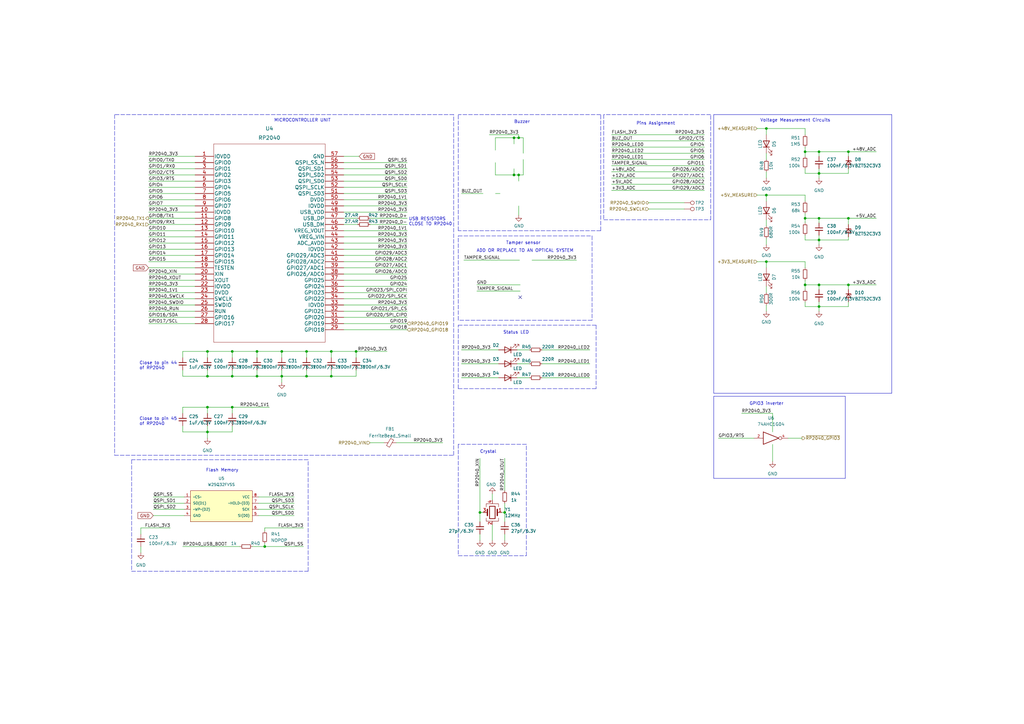
<source format=kicad_sch>
(kicad_sch (version 20230121) (generator eeschema)
  (paper "A3")
  (lib_symbols
    (symbol "74xGxx:74AHC1G04" (pin_names (offset 1.016))
      (property "Reference" "U" (at -2.54 3.81 0))
      (property "Value" "74AHC1G04" (at 0 -3.81 0))
      (symbol "74AHC1G04_1_1"
        (pin input line (at -7.62 0 0) (length 3.81) (name "~") (number "2"))
        (pin power_in line (at 0 -2.54 270) (length 0) hide (name "GND") (number "3"))
        (pin output inverted (at 6.35 0 180) (length 3.81) (name "~") (number "4"))
        (pin power_in line (at 0 2.54 90) (length 0) hide (name "VCC") (number "5"))
      )
    )
    (symbol "Connector:TestPoint" (pin_numbers hide) (pin_names (offset 0.762) hide)
      (property "Reference" "TP" (at 0 6.858 0))
      (property "Value" "TestPoint" (at 0 5.08 0))
      (symbol "TestPoint_1_1"
        (pin passive line (at 0 0 90) (length 2.54) (name "1") (number "1"))
      )
    )
    (symbol "Device:C_Small" (pin_numbers hide) (pin_names (offset 0.254) hide)
      (property "Reference" "C" (at 0.254 1.778 0))
      (property "Value" "C_Small" (at 0.254 -2.032 0))
      (symbol "C_Small_1_1"
        (pin passive line (at 0 2.54 270) (length 2.032) (name "~") (number "1"))
        (pin passive line (at 0 -2.54 90) (length 2.032) (name "~") (number "2"))
      )
    )
    (symbol "Device:Crystal_GND24" (pin_names (offset 1.016) hide)
      (property "Reference" "Y" (at 3.175 5.08 0))
      (property "Value" "Crystal_GND24" (at 3.175 3.175 0))
      (symbol "Crystal_GND24_1_1"
        (pin passive line (at -3.81 0 0) (length 1.27) (name "1") (number "1"))
        (pin passive line (at 0 5.08 270) (length 1.27) (name "2") (number "2"))
        (pin passive line (at 3.81 0 180) (length 1.27) (name "3") (number "3"))
        (pin passive line (at 0 -5.08 90) (length 1.27) (name "4") (number "4"))
      )
    )
    (symbol "Device:D_Zener_Small" (pin_numbers hide) (pin_names (offset 0.254) hide)
      (property "Reference" "D" (at 0 2.286 0))
      (property "Value" "D_Zener_Small" (at 0 -2.286 0))
      (symbol "D_Zener_Small_1_1"
        (pin passive line (at -2.54 0 0) (length 1.778) (name "K") (number "1"))
        (pin passive line (at 2.54 0 180) (length 1.778) (name "A") (number "2"))
      )
    )
    (symbol "Device:FerriteBead_Small" (pin_numbers hide) (pin_names (offset 0))
      (property "Reference" "FB" (at 1.905 1.27 0))
      (property "Value" "FerriteBead_Small" (at 1.905 -1.27 0))
      (symbol "FerriteBead_Small_1_1"
        (pin passive line (at 0 2.54 270) (length 1.27) (name "~") (number "1"))
        (pin passive line (at 0 -2.54 90) (length 1.27) (name "~") (number "2"))
      )
    )
    (symbol "Device:LED" (pin_numbers hide) (pin_names (offset 1.016) hide)
      (property "Reference" "D" (at 0 2.54 0))
      (property "Value" "LED" (at 0 -2.54 0))
      (symbol "LED_1_1"
        (pin passive line (at -3.81 0 0) (length 2.54) (name "K") (number "1"))
        (pin passive line (at 3.81 0 180) (length 2.54) (name "A") (number "2"))
      )
    )
    (symbol "Device:R_Small" (pin_numbers hide) (pin_names (offset 0.254) hide)
      (property "Reference" "R" (at 0.762 0.508 0))
      (property "Value" "R_Small" (at 0.762 -1.016 0))
      (symbol "R_Small_1_1"
        (pin passive line (at 0 2.54 270) (length 0.762) (name "~") (number "1"))
        (pin passive line (at 0 -2.54 90) (length 0.762) (name "~") (number "2"))
      )
    )
    (symbol "SparkFun-IC-Memory:W25Q32FVSS" (pin_names (offset 1.016))
      (property "Reference" "U" (at -12.7 7.62 0))
      (property "Value" "W25Q32FVSS" (at -12.7 -8.89 0))
      (property "Field4" "IC-13229" (at 0 10.16 0))
      (symbol "W25Q32FVSS_1_1"
        (pin bidirectional line (at -15.24 3.81 0) (length 2.54) (name "~CS~") (number "1"))
        (pin bidirectional line (at -15.24 1.27 0) (length 2.54) (name "SO(D1)") (number "2"))
        (pin bidirectional line (at -15.24 -1.27 0) (length 2.54) (name "~WP~(D2)") (number "3"))
        (pin bidirectional line (at -15.24 -3.81 0) (length 2.54) (name "GND") (number "4"))
        (pin bidirectional line (at 15.24 -3.81 180) (length 2.54) (name "SI(D0)") (number "5"))
        (pin bidirectional line (at 15.24 -1.27 180) (length 2.54) (name "SCK") (number "6"))
        (pin bidirectional line (at 15.24 1.27 180) (length 2.54) (name "~HOLD~(D3)") (number "7"))
        (pin bidirectional line (at 15.24 3.81 180) (length 2.54) (name "VCC") (number "8"))
      )
    )
    (symbol "device:C_Small" (pin_numbers hide) (pin_names (offset 0.254) hide)
      (property "Reference" "C" (at 0.254 1.778 0))
      (property "Value" "C_Small" (at 0.254 -2.032 0))
      (symbol "C_Small_1_1"
        (pin passive line (at 0 2.54 270) (length 2.032) (name "~") (number "1"))
        (pin passive line (at 0 -2.54 90) (length 2.032) (name "~") (number "2"))
      )
    )
    (symbol "device:R_Small" (pin_numbers hide) (pin_names (offset 0.254) hide)
      (property "Reference" "R" (at 0.762 0.508 0))
      (property "Value" "R_Small" (at 0.762 -1.016 0))
      (symbol "R_Small_1_1"
        (pin passive line (at 0 2.54 270) (length 0.762) (name "~") (number "1"))
        (pin passive line (at 0 -2.54 90) (length 0.762) (name "~") (number "2"))
      )
    )
    (symbol "power:GND" (power) (pin_names (offset 0))
      (property "Value" "GND" (at 0 -3.81 0))
      (symbol "GND_1_1"
        (pin power_in line (at 0 0 270) (length 0) hide (name "GND") (number "1"))
      )
    )
    (symbol "rp2040:RP2040" (pin_names (offset 0.254))
      (property "Reference" "U" (at 30.48 10.16 0))
      (property "Value" "RP2040" (at 30.48 7.62 0))
      (symbol "RP2040_1_1"
        (pin power_in line (at 0 0 0) (length 7.62) (name "IOVDD") (number "1"))
        (pin power_in line (at 0 -22.86 0) (length 7.62) (name "IOVDD") (number "10"))
        (pin bidirectional line (at 0 -25.4 0) (length 7.62) (name "GPIO8") (number "11"))
        (pin bidirectional line (at 0 -27.94 0) (length 7.62) (name "GPIO9") (number "12"))
        (pin bidirectional line (at 0 -30.48 0) (length 7.62) (name "GPIO10") (number "13"))
        (pin bidirectional line (at 0 -33.02 0) (length 7.62) (name "GPIO11") (number "14"))
        (pin bidirectional line (at 0 -35.56 0) (length 7.62) (name "GPIO12") (number "15"))
        (pin bidirectional line (at 0 -38.1 0) (length 7.62) (name "GPIO13") (number "16"))
        (pin bidirectional line (at 0 -40.64 0) (length 7.62) (name "GPIO14") (number "17"))
        (pin bidirectional line (at 0 -43.18 0) (length 7.62) (name "GPIO15") (number "18"))
        (pin unspecified line (at 0 -45.72 0) (length 7.62) (name "TESTEN") (number "19"))
        (pin bidirectional line (at 0 -2.54 0) (length 7.62) (name "GPIO0") (number "2"))
        (pin unspecified line (at 0 -48.26 0) (length 7.62) (name "XIN") (number "20"))
        (pin output line (at 0 -50.8 0) (length 7.62) (name "XOUT") (number "21"))
        (pin power_in line (at 0 -53.34 0) (length 7.62) (name "IOVDD") (number "22"))
        (pin power_in line (at 0 -55.88 0) (length 7.62) (name "DVDD") (number "23"))
        (pin unspecified line (at 0 -58.42 0) (length 7.62) (name "SWCLK") (number "24"))
        (pin unspecified line (at 0 -60.96 0) (length 7.62) (name "SWDIO") (number "25"))
        (pin unspecified line (at 0 -63.5 0) (length 7.62) (name "RUN") (number "26"))
        (pin bidirectional line (at 0 -66.04 0) (length 7.62) (name "GPIO16") (number "27"))
        (pin bidirectional line (at 0 -68.58 0) (length 7.62) (name "GPIO17") (number "28"))
        (pin bidirectional line (at 60.96 -71.12 180) (length 7.62) (name "GPIO18") (number "29"))
        (pin bidirectional line (at 0 -5.08 0) (length 7.62) (name "GPIO1") (number "3"))
        (pin bidirectional line (at 60.96 -68.58 180) (length 7.62) (name "GPIO19") (number "30"))
        (pin bidirectional line (at 60.96 -66.04 180) (length 7.62) (name "GPIO20") (number "31"))
        (pin bidirectional line (at 60.96 -63.5 180) (length 7.62) (name "GPIO21") (number "32"))
        (pin power_in line (at 60.96 -60.96 180) (length 7.62) (name "IOVDD") (number "33"))
        (pin bidirectional line (at 60.96 -58.42 180) (length 7.62) (name "GPIO22") (number "34"))
        (pin bidirectional line (at 60.96 -55.88 180) (length 7.62) (name "GPIO23") (number "35"))
        (pin bidirectional line (at 60.96 -53.34 180) (length 7.62) (name "GPIO24") (number "36"))
        (pin bidirectional line (at 60.96 -50.8 180) (length 7.62) (name "GPIO25") (number "37"))
        (pin bidirectional line (at 60.96 -48.26 180) (length 7.62) (name "GPIO26/ADC0") (number "38"))
        (pin bidirectional line (at 60.96 -45.72 180) (length 7.62) (name "GPIO27/ADC1") (number "39"))
        (pin bidirectional line (at 0 -7.62 0) (length 7.62) (name "GPIO2") (number "4"))
        (pin bidirectional line (at 60.96 -43.18 180) (length 7.62) (name "GPIO28/ADC2") (number "40"))
        (pin bidirectional line (at 60.96 -40.64 180) (length 7.62) (name "GPIO29/ADC3") (number "41"))
        (pin power_in line (at 60.96 -38.1 180) (length 7.62) (name "IOVDD") (number "42"))
        (pin power_in line (at 60.96 -35.56 180) (length 7.62) (name "ADC_AVDD") (number "43"))
        (pin unspecified line (at 60.96 -33.02 180) (length 7.62) (name "VREG_VIN") (number "44"))
        (pin output line (at 60.96 -30.48 180) (length 7.62) (name "VREG_VOUT") (number "45"))
        (pin unspecified line (at 60.96 -27.94 180) (length 7.62) (name "USB_DM") (number "46"))
        (pin unspecified line (at 60.96 -25.4 180) (length 7.62) (name "USB_DP") (number "47"))
        (pin power_in line (at 60.96 -22.86 180) (length 7.62) (name "USB_VDD") (number "48"))
        (pin power_in line (at 60.96 -20.32 180) (length 7.62) (name "IOVDD") (number "49"))
        (pin bidirectional line (at 0 -10.16 0) (length 7.62) (name "GPIO3") (number "5"))
        (pin power_in line (at 60.96 -17.78 180) (length 7.62) (name "DVDD") (number "50"))
        (pin bidirectional line (at 60.96 -15.24 180) (length 7.62) (name "QSPI_SD3") (number "51"))
        (pin unspecified line (at 60.96 -12.7 180) (length 7.62) (name "QSPI_SCLK") (number "52"))
        (pin bidirectional line (at 60.96 -10.16 180) (length 7.62) (name "QSPI_SD0") (number "53"))
        (pin bidirectional line (at 60.96 -7.62 180) (length 7.62) (name "QSPI_SD2") (number "54"))
        (pin bidirectional line (at 60.96 -5.08 180) (length 7.62) (name "QSPI_SD1") (number "55"))
        (pin unspecified line (at 60.96 -2.54 180) (length 7.62) (name "QSPI_SS_N") (number "56"))
        (pin power_in line (at 60.96 0 180) (length 7.62) (name "GND") (number "57"))
        (pin bidirectional line (at 0 -12.7 0) (length 7.62) (name "GPIO4") (number "6"))
        (pin bidirectional line (at 0 -15.24 0) (length 7.62) (name "GPIO5") (number "7"))
        (pin bidirectional line (at 0 -17.78 0) (length 7.62) (name "GPIO6") (number "8"))
        (pin bidirectional line (at 0 -20.32 0) (length 7.62) (name "GPIO7") (number "9"))
      )
    )
  )
  (junction (at 85.09 167.005) (diameter 0.9144))
  (junction (at 330.2 116.84))
  (junction (at 335.915 71.12))
  (junction (at 115.57 154.305) (diameter 0.9144))
  (junction (at 95.25 144.145) (diameter 0.9144))
  (junction (at 85.09 154.305) (diameter 0.9144))
  (junction (at 115.57 144.145) (diameter 0.9144))
  (junction (at 212.725 71.755) (diameter 0.9144))
  (junction (at 105.41 154.305) (diameter 0.9144))
  (junction (at 135.89 154.305) (diameter 0.9144))
  (junction (at 108.585 224.155) (diameter 0.9144))
  (junction (at 335.915 98.425))
  (junction (at 335.915 116.84))
  (junction (at 210.82 71.755) (diameter 0.9144))
  (junction (at 125.73 144.145) (diameter 0.9144))
  (junction (at 335.915 62.23))
  (junction (at 330.2 89.535))
  (junction (at 335.915 125.73))
  (junction (at 207.01 210.185) (diameter 0.9144))
  (junction (at 210.82 56.515) (diameter 0.9144))
  (junction (at 146.05 144.145) (diameter 0.9144))
  (junction (at 335.915 89.535))
  (junction (at 314.325 107.315))
  (junction (at 95.25 167.005) (diameter 0.9144))
  (junction (at 95.25 154.305) (diameter 0.9144))
  (junction (at 135.89 144.145) (diameter 0.9144))
  (junction (at 85.09 144.145) (diameter 0.9144))
  (junction (at 347.98 116.84))
  (junction (at 330.2 62.23))
  (junction (at 347.98 62.23))
  (junction (at 314.325 80.01))
  (junction (at 314.325 52.705))
  (junction (at 125.73 154.305) (diameter 0.9144))
  (junction (at 212.725 56.515) (diameter 0.9144))
  (junction (at 105.41 144.145) (diameter 0.9144))
  (junction (at 85.09 177.165) (diameter 0.9144))
  (junction (at 196.85 210.185) (diameter 0.9144))
  (junction (at 347.98 89.535))
  (no_connect (at 213.36 121.92))
  (wire (pts (xy 280.67 83.185) (xy 266.065 83.185)))
  (wire (pts (xy 314.325 125.095) (xy 314.325 127.635)))
  (wire (pts (xy 105.41 151.765) (xy 105.41 154.305)))
  (wire (pts (xy 347.98 89.535) (xy 359.41 89.535)))
  (wire (pts (xy 57.785 219.075) (xy 57.785 216.535)))
  (wire (pts (xy 125.73 154.305) (xy 135.89 154.305)))
  (wire (pts (xy 60.96 104.775) (xy 80.01 104.775)))
  (polyline (pts (xy 126.365 234.315) (xy 126.365 188.595)) (stroke (width 0) (type dash)))
  (wire (pts (xy 74.93 151.765) (xy 74.93 154.305)))
  (wire (pts (xy 335.915 96.52) (xy 335.915 98.425)))
  (wire (pts (xy 314.325 80.01) (xy 314.325 82.55)))
  (wire (pts (xy 140.97 125.095) (xy 167.005 125.095)))
  (wire (pts (xy 347.98 116.84) (xy 347.98 118.745)))
  (wire (pts (xy 105.41 154.305) (xy 115.57 154.305)))
  (wire (pts (xy 335.915 62.23) (xy 330.2 62.23)))
  (wire (pts (xy 195.58 119.38) (xy 213.36 119.38)))
  (wire (pts (xy 203.2 71.755) (xy 210.82 71.755)))
  (wire (pts (xy 210.82 69.215) (xy 210.82 71.755)))
  (wire (pts (xy 60.96 112.395) (xy 80.01 112.395)))
  (wire (pts (xy 347.98 89.535) (xy 335.915 89.535)))
  (wire (pts (xy 140.97 89.535) (xy 146.685 89.535)))
  (wire (pts (xy 140.97 69.215) (xy 167.005 69.215)))
  (wire (pts (xy 62.865 208.915) (xy 75.565 208.915)))
  (polyline (pts (xy 46.99 186.69) (xy 186.055 186.69)) (stroke (width 0) (type dash)))
  (wire (pts (xy 330.2 60.325) (xy 330.2 62.23)))
  (polyline (pts (xy 365.76 46.99) (xy 365.76 161.29)))
  (wire (pts (xy 135.89 154.305) (xy 146.05 154.305)))
  (wire (pts (xy 135.89 144.145) (xy 135.89 146.685)))
  (wire (pts (xy 60.96 69.215) (xy 80.01 69.215)))
  (wire (pts (xy 335.915 69.215) (xy 335.915 71.12)))
  (wire (pts (xy 212.725 84.455) (xy 212.725 88.265)))
  (wire (pts (xy 125.73 144.145) (xy 135.89 144.145)))
  (wire (pts (xy 207.01 219.075) (xy 207.01 221.615)))
  (wire (pts (xy 314.325 107.315) (xy 314.325 109.855)))
  (wire (pts (xy 330.2 98.425) (xy 330.2 96.52)))
  (polyline (pts (xy 365.76 161.29) (xy 292.735 161.29)))
  (wire (pts (xy 201.93 215.265) (xy 201.93 221.615)))
  (wire (pts (xy 189.23 79.375) (xy 198.12 79.375)))
  (wire (pts (xy 140.97 74.295) (xy 167.005 74.295)))
  (wire (pts (xy 74.93 177.165) (xy 85.09 177.165)))
  (wire (pts (xy 212.725 56.515) (xy 214.63 56.515)))
  (polyline (pts (xy 244.475 159.385) (xy 187.96 159.385)) (stroke (width 0) (type dash)))
  (wire (pts (xy 196.85 187.96) (xy 196.85 210.185)))
  (wire (pts (xy 196.85 210.185) (xy 196.85 213.995)))
  (wire (pts (xy 205.74 210.185) (xy 207.01 210.185)))
  (polyline (pts (xy 292.735 161.29) (xy 292.735 46.99)))
  (polyline (pts (xy 247.65 46.99) (xy 247.65 90.17)) (stroke (width 0) (type dash)))
  (wire (pts (xy 60.96 79.375) (xy 80.01 79.375)))
  (wire (pts (xy 347.98 116.84) (xy 335.915 116.84)))
  (wire (pts (xy 207.01 206.375) (xy 207.01 210.185)))
  (wire (pts (xy 207.01 210.185) (xy 207.01 213.995)))
  (wire (pts (xy 250.825 73.025) (xy 288.925 73.025)))
  (wire (pts (xy 60.96 109.855) (xy 80.01 109.855)))
  (wire (pts (xy 314.325 97.79) (xy 314.325 100.33)))
  (polyline (pts (xy 246.38 94.615) (xy 246.38 46.99)) (stroke (width 0) (type dash)))
  (wire (pts (xy 151.765 92.075) (xy 167.005 92.075)))
  (wire (pts (xy 60.96 66.675) (xy 80.01 66.675)))
  (wire (pts (xy 60.96 130.175) (xy 80.01 130.175)))
  (wire (pts (xy 203.2 66.675) (xy 203.2 71.755)))
  (wire (pts (xy 316.865 169.545) (xy 316.865 177.165)))
  (wire (pts (xy 60.96 99.695) (xy 80.01 99.695)))
  (wire (pts (xy 140.97 120.015) (xy 167.005 120.015)))
  (wire (pts (xy 347.98 97.155) (xy 347.98 98.425)))
  (wire (pts (xy 304.165 169.545) (xy 316.865 169.545)))
  (wire (pts (xy 115.57 154.305) (xy 115.57 156.845)))
  (wire (pts (xy 140.97 114.935) (xy 167.005 114.935)))
  (wire (pts (xy 85.09 169.545) (xy 85.09 167.005)))
  (wire (pts (xy 140.97 102.235) (xy 167.005 102.235)))
  (wire (pts (xy 103.505 224.155) (xy 108.585 224.155)))
  (wire (pts (xy 335.915 89.535) (xy 330.2 89.535)))
  (wire (pts (xy 140.97 104.775) (xy 167.005 104.775)))
  (wire (pts (xy 106.045 206.375) (xy 120.65 206.375)))
  (wire (pts (xy 57.785 224.155) (xy 57.785 226.695)))
  (polyline (pts (xy 292.735 46.99) (xy 365.76 46.99)))
  (wire (pts (xy 140.97 112.395) (xy 167.005 112.395)))
  (wire (pts (xy 95.25 174.625) (xy 95.25 177.165)))
  (wire (pts (xy 347.98 123.825) (xy 347.98 125.73)))
  (wire (pts (xy 207.01 187.96) (xy 207.01 201.295)))
  (wire (pts (xy 60.96 117.475) (xy 80.01 117.475)))
  (polyline (pts (xy 187.96 159.385) (xy 187.96 133.35)) (stroke (width 0) (type dash)))
  (wire (pts (xy 203.2 79.375) (xy 205.105 79.375)))
  (wire (pts (xy 195.58 116.84) (xy 213.36 116.84)))
  (wire (pts (xy 314.325 90.17) (xy 314.325 92.71)))
  (polyline (pts (xy 246.38 46.99) (xy 187.96 46.99)) (stroke (width 0) (type dash)))
  (wire (pts (xy 85.09 174.625) (xy 85.09 177.165)))
  (wire (pts (xy 135.89 144.145) (xy 146.05 144.145)))
  (wire (pts (xy 335.915 98.425) (xy 335.915 100.33)))
  (wire (pts (xy 189.23 143.51) (xy 204.47 143.51)))
  (wire (pts (xy 62.865 203.835) (xy 75.565 203.835)))
  (wire (pts (xy 57.785 216.535) (xy 69.85 216.535)))
  (wire (pts (xy 335.915 91.44) (xy 335.915 89.535)))
  (polyline (pts (xy 187.96 94.615) (xy 187.96 46.99)) (stroke (width 0) (type dash)))
  (wire (pts (xy 250.825 57.785) (xy 288.925 57.785)))
  (wire (pts (xy 196.85 219.075) (xy 196.85 221.615)))
  (polyline (pts (xy 126.365 188.595) (xy 53.975 188.595)) (stroke (width 0) (type dash)))
  (wire (pts (xy 330.2 89.535) (xy 330.2 91.44)))
  (wire (pts (xy 140.97 92.075) (xy 146.685 92.075)))
  (wire (pts (xy 140.97 64.135) (xy 147.32 64.135)))
  (wire (pts (xy 115.57 146.685) (xy 115.57 144.145)))
  (wire (pts (xy 212.725 71.755) (xy 214.63 71.755)))
  (wire (pts (xy 250.825 67.945) (xy 288.925 67.945)))
  (wire (pts (xy 330.2 125.73) (xy 330.2 123.825)))
  (wire (pts (xy 250.825 78.105) (xy 288.925 78.105)))
  (wire (pts (xy 347.98 98.425) (xy 335.915 98.425)))
  (wire (pts (xy 108.585 216.535) (xy 108.585 217.805)))
  (wire (pts (xy 222.25 149.225) (xy 241.935 149.225)))
  (wire (pts (xy 60.96 74.295) (xy 80.01 74.295)))
  (wire (pts (xy 335.915 125.73) (xy 330.2 125.73)))
  (wire (pts (xy 250.825 70.485) (xy 288.925 70.485)))
  (wire (pts (xy 210.82 56.515) (xy 210.82 59.055)))
  (wire (pts (xy 62.865 206.375) (xy 75.565 206.375)))
  (polyline (pts (xy 246.38 94.615) (xy 187.96 94.615)) (stroke (width 0) (type dash)))
  (polyline (pts (xy 346.71 162.56) (xy 292.735 162.56)))
  (wire (pts (xy 347.98 69.215) (xy 347.98 71.12)))
  (wire (pts (xy 106.045 211.455) (xy 120.65 211.455)))
  (wire (pts (xy 60.96 84.455) (xy 80.01 84.455)))
  (polyline (pts (xy 187.96 133.35) (xy 244.475 133.35)) (stroke (width 0) (type dash)))
  (wire (pts (xy 280.67 85.725) (xy 266.065 85.725)))
  (wire (pts (xy 314.325 80.01) (xy 310.515 80.01)))
  (wire (pts (xy 222.25 154.94) (xy 241.935 154.94)))
  (wire (pts (xy 316.865 182.245) (xy 316.865 189.23)))
  (wire (pts (xy 62.865 211.455) (xy 75.565 211.455)))
  (wire (pts (xy 140.97 99.695) (xy 167.005 99.695)))
  (wire (pts (xy 330.2 87.63) (xy 330.2 89.535)))
  (wire (pts (xy 335.915 125.73) (xy 335.915 127.635)))
  (wire (pts (xy 140.97 107.315) (xy 167.005 107.315)))
  (wire (pts (xy 95.25 154.305) (xy 105.41 154.305)))
  (wire (pts (xy 85.09 167.005) (xy 95.25 167.005)))
  (wire (pts (xy 74.93 144.145) (xy 85.09 144.145)))
  (wire (pts (xy 135.89 151.765) (xy 135.89 154.305)))
  (polyline (pts (xy 292.735 162.56) (xy 292.735 196.215)))
  (polyline (pts (xy 187.96 182.245) (xy 187.96 227.965)) (stroke (width 0) (type dash)))
  (polyline (pts (xy 186.055 186.69) (xy 186.055 46.99)) (stroke (width 0) (type dash)))
  (wire (pts (xy 74.93 174.625) (xy 74.93 177.165)))
  (wire (pts (xy 189.23 149.225) (xy 204.47 149.225)))
  (wire (pts (xy 347.98 62.23) (xy 359.41 62.23)))
  (polyline (pts (xy 244.475 133.35) (xy 244.475 159.385)) (stroke (width 0) (type dash)))
  (wire (pts (xy 203.2 56.515) (xy 210.82 56.515)))
  (wire (pts (xy 335.915 116.84) (xy 330.2 116.84)))
  (wire (pts (xy 212.09 154.94) (xy 217.17 154.94)))
  (wire (pts (xy 74.93 146.685) (xy 74.93 144.145)))
  (wire (pts (xy 250.825 60.325) (xy 288.925 60.325)))
  (wire (pts (xy 189.23 154.94) (xy 204.47 154.94)))
  (wire (pts (xy 125.73 151.765) (xy 125.73 154.305)))
  (wire (pts (xy 74.93 167.005) (xy 85.09 167.005)))
  (wire (pts (xy 140.97 132.715) (xy 167.005 132.715)))
  (polyline (pts (xy 53.975 234.315) (xy 126.365 234.315)) (stroke (width 0) (type dash)))
  (wire (pts (xy 250.825 75.565) (xy 288.925 75.565)))
  (wire (pts (xy 124.46 216.535) (xy 108.585 216.535)))
  (polyline (pts (xy 291.465 90.17) (xy 291.465 46.99)) (stroke (width 0) (type dash)))
  (wire (pts (xy 212.09 149.225) (xy 217.17 149.225)))
  (wire (pts (xy 314.325 62.865) (xy 314.325 65.405)))
  (wire (pts (xy 60.96 97.155) (xy 80.01 97.155)))
  (wire (pts (xy 60.96 122.555) (xy 80.01 122.555)))
  (wire (pts (xy 85.09 177.165) (xy 85.09 179.705)))
  (wire (pts (xy 347.98 89.535) (xy 347.98 92.075)))
  (polyline (pts (xy 46.99 46.99) (xy 46.99 186.69)) (stroke (width 0) (type dash)))
  (wire (pts (xy 347.98 62.23) (xy 335.915 62.23)))
  (wire (pts (xy 330.2 82.55) (xy 330.2 80.01)))
  (wire (pts (xy 335.915 118.745) (xy 335.915 116.84)))
  (wire (pts (xy 335.915 71.12) (xy 335.915 73.025)))
  (wire (pts (xy 115.57 154.305) (xy 125.73 154.305)))
  (wire (pts (xy 60.96 92.075) (xy 80.01 92.075)))
  (wire (pts (xy 108.585 222.885) (xy 108.585 224.155)))
  (wire (pts (xy 105.41 144.145) (xy 105.41 146.685)))
  (wire (pts (xy 60.96 76.835) (xy 80.01 76.835)))
  (wire (pts (xy 85.09 151.765) (xy 85.09 154.305)))
  (wire (pts (xy 140.97 109.855) (xy 167.005 109.855)))
  (wire (pts (xy 347.98 116.84) (xy 359.41 116.84)))
  (wire (pts (xy 250.825 62.865) (xy 288.925 62.865)))
  (wire (pts (xy 314.325 70.485) (xy 314.325 73.025)))
  (wire (pts (xy 95.25 151.765) (xy 95.25 154.305)))
  (wire (pts (xy 146.05 144.145) (xy 146.05 146.685)))
  (wire (pts (xy 214.63 65.405) (xy 214.63 71.755)))
  (polyline (pts (xy 53.975 188.595) (xy 53.975 234.315)) (stroke (width 0) (type dash)))
  (wire (pts (xy 85.09 177.165) (xy 95.25 177.165)))
  (wire (pts (xy 74.93 224.155) (xy 98.425 224.155)))
  (wire (pts (xy 330.2 62.23) (xy 330.2 64.135)))
  (wire (pts (xy 60.96 86.995) (xy 80.01 86.995)))
  (wire (pts (xy 146.05 144.145) (xy 158.75 144.145)))
  (polyline (pts (xy 186.055 46.99) (xy 46.99 46.99)) (stroke (width 0) (type dash)))
  (polyline (pts (xy 242.824 96.774) (xy 242.824 131.318)) (stroke (width 0) (type dash)))
  (polyline (pts (xy 242.824 131.318) (xy 187.96 131.318)) (stroke (width 0) (type dash)))
  (polyline (pts (xy 187.96 96.774) (xy 242.824 96.774)) (stroke (width 0) (type dash)))
  (polyline (pts (xy 187.96 131.318) (xy 187.96 96.774)) (stroke (width 0) (type dash)))
  (polyline (pts (xy 346.71 196.215) (xy 346.71 162.56)))
  (wire (pts (xy 106.045 208.915) (xy 120.65 208.915)))
  (polyline (pts (xy 215.9 227.965) (xy 215.9 182.245)) (stroke (width 0) (type dash)))
  (wire (pts (xy 140.97 84.455) (xy 167.005 84.455)))
  (wire (pts (xy 140.97 79.375) (xy 167.005 79.375)))
  (wire (pts (xy 140.97 66.675) (xy 167.005 66.675)))
  (wire (pts (xy 60.96 64.135) (xy 80.01 64.135)))
  (wire (pts (xy 85.09 144.145) (xy 95.25 144.145)))
  (wire (pts (xy 60.96 81.915) (xy 80.01 81.915)))
  (wire (pts (xy 125.73 144.145) (xy 125.73 146.685)))
  (wire (pts (xy 330.2 116.84) (xy 330.2 118.745)))
  (wire (pts (xy 314.325 52.705) (xy 310.515 52.705)))
  (wire (pts (xy 330.2 109.855) (xy 330.2 107.315)))
  (wire (pts (xy 140.97 135.255) (xy 167.005 135.255)))
  (wire (pts (xy 330.2 52.705) (xy 314.325 52.705)))
  (wire (pts (xy 330.2 80.01) (xy 314.325 80.01)))
  (wire (pts (xy 222.25 143.51) (xy 241.935 143.51)))
  (wire (pts (xy 60.96 94.615) (xy 80.01 94.615)))
  (wire (pts (xy 151.765 89.535) (xy 167.005 89.535)))
  (wire (pts (xy 60.96 102.235) (xy 80.01 102.235)))
  (wire (pts (xy 140.97 86.995) (xy 167.005 86.995)))
  (wire (pts (xy 115.57 144.145) (xy 125.73 144.145)))
  (wire (pts (xy 95.25 167.005) (xy 110.49 167.005)))
  (wire (pts (xy 140.97 76.835) (xy 167.005 76.835)))
  (wire (pts (xy 203.2 61.595) (xy 203.2 56.515)))
  (wire (pts (xy 140.97 127.635) (xy 167.005 127.635)))
  (wire (pts (xy 105.41 144.145) (xy 115.57 144.145)))
  (wire (pts (xy 95.25 144.145) (xy 95.25 146.685)))
  (wire (pts (xy 60.96 125.095) (xy 80.01 125.095)))
  (wire (pts (xy 95.25 144.145) (xy 105.41 144.145)))
  (wire (pts (xy 60.96 120.015) (xy 80.01 120.015)))
  (wire (pts (xy 314.325 117.475) (xy 314.325 120.015)))
  (wire (pts (xy 218.186 106.68) (xy 236.474 106.68)))
  (wire (pts (xy 60.96 89.535) (xy 80.01 89.535)))
  (wire (pts (xy 250.825 55.245) (xy 288.925 55.245)))
  (wire (pts (xy 212.725 71.755) (xy 212.725 74.295)))
  (wire (pts (xy 200.66 55.245) (xy 212.725 55.245)))
  (wire (pts (xy 210.82 71.755) (xy 212.725 71.755)))
  (wire (pts (xy 196.85 210.185) (xy 198.12 210.185)))
  (wire (pts (xy 60.96 107.315) (xy 80.01 107.315)))
  (wire (pts (xy 106.045 203.835) (xy 120.65 203.835)))
  (wire (pts (xy 60.96 71.755) (xy 80.01 71.755)))
  (wire (pts (xy 330.2 71.12) (xy 330.2 69.215)))
  (wire (pts (xy 108.585 224.155) (xy 124.46 224.155)))
  (wire (pts (xy 74.93 169.545) (xy 74.93 167.005)))
  (wire (pts (xy 335.915 98.425) (xy 330.2 98.425)))
  (wire (pts (xy 115.57 151.765) (xy 115.57 154.305)))
  (wire (pts (xy 314.325 107.315) (xy 310.515 107.315)))
  (wire (pts (xy 335.915 123.825) (xy 335.915 125.73)))
  (wire (pts (xy 314.325 52.705) (xy 314.325 55.245)))
  (polyline (pts (xy 247.65 90.17) (xy 291.465 90.17)) (stroke (width 0) (type dash)))
  (wire (pts (xy 140.97 71.755) (xy 167.005 71.755)))
  (wire (pts (xy 140.97 117.475) (xy 167.005 117.475)))
  (polyline (pts (xy 291.465 46.99) (xy 247.65 46.99)) (stroke (width 0) (type dash)))
  (wire (pts (xy 294.64 179.705) (xy 309.245 179.705)))
  (wire (pts (xy 140.97 94.615) (xy 167.005 94.615)))
  (wire (pts (xy 214.63 56.515) (xy 214.63 62.865)))
  (wire (pts (xy 250.825 65.405) (xy 288.925 65.405)))
  (polyline (pts (xy 187.96 227.965) (xy 215.9 227.965)) (stroke (width 0) (type dash)))
  (wire (pts (xy 212.725 55.245) (xy 212.725 56.515)))
  (wire (pts (xy 190.246 106.68) (xy 213.106 106.68)))
  (wire (pts (xy 60.96 127.635) (xy 80.01 127.635)))
  (wire (pts (xy 201.93 202.565) (xy 201.93 205.105)))
  (wire (pts (xy 347.98 64.135) (xy 347.98 62.23)))
  (wire (pts (xy 140.97 130.175) (xy 167.005 130.175)))
  (wire (pts (xy 347.98 71.12) (xy 335.915 71.12)))
  (wire (pts (xy 330.2 114.935) (xy 330.2 116.84)))
  (wire (pts (xy 212.09 143.51) (xy 217.17 143.51)))
  (wire (pts (xy 151.765 181.61) (xy 157.48 181.61)))
  (wire (pts (xy 330.2 107.315) (xy 314.325 107.315)))
  (wire (pts (xy 140.97 122.555) (xy 167.005 122.555)))
  (wire (pts (xy 140.97 97.155) (xy 167.005 97.155)))
  (wire (pts (xy 140.97 81.915) (xy 167.005 81.915)))
  (polyline (pts (xy 292.735 196.215) (xy 346.71 196.215)))
  (wire (pts (xy 323.215 179.705) (xy 328.93 179.705)))
  (wire (pts (xy 85.09 146.685) (xy 85.09 144.145)))
  (wire (pts (xy 347.98 125.73) (xy 335.915 125.73)))
  (wire (pts (xy 210.82 56.515) (xy 212.725 56.515)))
  (wire (pts (xy 74.93 154.305) (xy 85.09 154.305)))
  (polyline (pts (xy 215.9 182.245) (xy 187.96 182.245)) (stroke (width 0) (type dash)))
  (wire (pts (xy 146.05 154.305) (xy 146.05 151.765)))
  (wire (pts (xy 85.09 154.305) (xy 95.25 154.305)))
  (wire (pts (xy 335.915 64.135) (xy 335.915 62.23)))
  (wire (pts (xy 60.96 132.715) (xy 80.01 132.715)))
  (wire (pts (xy 162.56 181.61) (xy 181.61 181.61)))
  (wire (pts (xy 335.915 71.12) (xy 330.2 71.12)))
  (wire (pts (xy 330.2 55.245) (xy 330.2 52.705)))
  (wire (pts (xy 95.25 167.005) (xy 95.25 169.545)))
  (wire (pts (xy 60.96 114.935) (xy 80.01 114.935)))
  (text "Status LED" (at 206.375 137.16 0) (effects (font (size 1.27 1.27)) (justify left bottom)))
  (text "Flash Memory" (at 84.455 193.675 0) (effects (font (size 1.27 1.27)) (justify left bottom)))
  (text "Tamper sensor" (at 207.518 100.457 0) (effects (font (size 1.27 1.27)) (justify left bottom)))
  (text "GPIO3 inverter" (at 307.34 166.37 0) (effects (font (size 1.27 1.27)) (justify left bottom)))
  (text "Crystal" (at 196.85 186.055 0) (effects (font (size 1.27 1.27)) (justify left bottom)))
  (text "ADD OR REPLACE TO AN OPTICAL SYSTEM" (at 195.453 103.632 0) (effects (font (size 1.27 1.27)) (justify left bottom)))
  (text "Close to pin 44\nof RP2040" (at 57.15 151.765 0) (effects (font (size 1.27 1.27)) (justify left bottom)))
  (text "USB RESISTORS\nCLOSE TO RP2040" (at 167.64 92.71 0) (effects (font (size 1.27 1.27)) (justify left bottom)))
  (text "Buzzer" (at 210.82 50.8 0) (effects (font (size 1.27 1.27)) (justify left bottom)))
  (text "MICROCONTROLLER UNIT" (at 112.395 50.165 0) (effects (font (size 1.27 1.27)) (justify left bottom)))
  (text "Close to pin 45\nof RP2040" (at 57.15 174.625 0) (effects (font (size 1.27 1.27)) (justify left bottom)))
  (text "Pins Assignment" (at 260.985 51.435 0) (effects (font (size 1.27 1.27)) (justify left bottom)))
  (text "Voltage Measurement Circuits" (at 311.785 50.165 0) (effects (font (size 1.27 1.27)) (justify left bottom)))
  (label "QSPI_SD2" (at 167.005 71.755 180))
  (label "RP2040_D+" (at 167.005 89.535 180))
  (label "RP2040_3V3" (at 167.005 86.995 180))
  (label "+48V_ADC" (at 250.825 70.485 0))
  (label "GPIO28{slash}ADC2" (at 288.925 75.565 180))
  (label "GPIO2{slash}CTS" (at 60.96 71.755 0))
  (label "GPIO5" (at 60.96 79.375 0))
  (label "GPIO28{slash}ADC2" (at 167.005 107.315 180))
  (label "RP2040_3V3" (at 60.96 86.995 0))
  (label "RP2040_3V3" (at 189.23 154.94 0))
  (label "GPIO10" (at 60.96 94.615 0))
  (label "RP2040_1V1" (at 167.005 81.915 180))
  (label "FLASH_3V3" (at 124.46 216.535 180))
  (label "QSPI_SD0" (at 120.65 211.455 180))
  (label "GPIO6" (at 288.925 65.405 180))
  (label "GPIO17{slash}SCL" (at 60.96 132.715 0))
  (label "GPIO16{slash}SDA" (at 60.96 130.175 0))
  (label "RP2040_LED2" (at 241.935 143.51 180))
  (label "GPIO6" (at 60.96 81.915 0))
  (label "GPIO11" (at 288.925 67.945 180))
  (label "GPIO22{slash}SPI_SCK" (at 167.005 122.555 180))
  (label "GPIO15" (at 60.96 107.315 0))
  (label "RP2040_3V3" (at 304.165 169.545 0))
  (label "RP2040_3V3" (at 181.61 181.61 180))
  (label "RP2040_XOUT" (at 60.96 114.935 0))
  (label "BUZ_OUT" (at 250.825 57.785 0))
  (label "GPIO25" (at 167.005 114.935 180))
  (label "RP2040_XOUT" (at 207.01 187.96 270))
  (label "RP2040_3V3" (at 167.005 97.155 180))
  (label "RP2040_3V3" (at 189.23 149.225 0))
  (label "GPIO27{slash}ADC1" (at 288.925 73.025 180))
  (label "RP2040_XIN" (at 60.96 112.395 0))
  (label "TAMPER_SIGNAL" (at 195.58 119.38 0))
  (label "RP2040_LED1" (at 250.825 65.405 0))
  (label "QSPI_SS" (at 124.46 224.155 180))
  (label "RP2040_3V3" (at 200.66 55.245 0))
  (label "RP2040_SWCLK" (at 60.96 122.555 0))
  (label "GPIO7" (at 60.96 84.455 0))
  (label "GPIO26{slash}ADC0" (at 167.005 112.395 180))
  (label "BUZ_OUT" (at 189.23 79.375 0))
  (label "GPIO14" (at 60.96 104.775 0))
  (label "GND" (at 195.58 116.84 0))
  (label "RP2040_LED2" (at 250.825 62.865 0))
  (label "GPIO3{slash}RTS" (at 60.96 74.295 0))
  (label "RP2040_LED1" (at 241.935 149.225 180))
  (label "RP2040_XIN" (at 196.85 187.96 270))
  (label "RP2040_LED0" (at 241.935 154.94 180))
  (label "+48V_ADC" (at 359.41 62.23 180))
  (label "RP2040_3V3" (at 189.23 143.51 0))
  (label "+12V_ADC" (at 250.825 73.025 0))
  (label "QSPI_SD3" (at 120.65 206.375 180))
  (label "GPIO27{slash}ADC1" (at 167.005 109.855 180))
  (label "QSPI_SD0" (at 167.005 74.295 180))
  (label "GPIO20{slash}SPI_CIPO" (at 167.005 130.175 180))
  (label "GPIO13" (at 60.96 102.235 0))
  (label "RP2040_3V3" (at 236.474 106.68 180))
  (label "QSPI_SD3" (at 167.005 79.375 180))
  (label "RP2040_RUN" (at 60.96 127.635 0))
  (label "GPIO21{slash}SPI_CS" (at 167.005 127.635 180))
  (label "GPIO29{slash}ADC3" (at 167.005 104.775 180))
  (label "QSPI_SCLK" (at 167.005 76.835 180))
  (label "RP2040_USB_BOOT" (at 74.93 224.155 0))
  (label "GPIO29{slash}ADC3" (at 288.925 78.105 180))
  (label "GPIO11" (at 60.96 97.155 0))
  (label "QSPI_SD1" (at 62.865 206.375 0))
  (label "GPIO24" (at 167.005 117.475 180))
  (label "TAMPER_SIGNAL" (at 250.825 67.945 0))
  (label "FLASH_3V3" (at 120.65 203.835 180))
  (label "RP2040_3V3" (at 167.005 125.095 180))
  (label "GPIO8{slash}TX1" (at 60.96 89.535 0))
  (label "RP2040_D-" (at 167.005 92.075 180))
  (label "FLASH_3V3" (at 250.825 55.245 0))
  (label "GPIO12" (at 60.96 99.695 0))
  (label "RP2040_3V3" (at 60.96 64.135 0))
  (label "TAMPER_SIGNAL" (at 190.246 106.68 0))
  (label "RP2040_3V3" (at 60.96 117.475 0))
  (label "GPIO0{slash}TX0" (at 60.96 66.675 0))
  (label "GPIO23{slash}SPI_COPI" (at 167.005 120.015 180))
  (label "GPIO5" (at 288.925 62.865 180))
  (label "GPIO3{slash}RTS" (at 294.64 179.705 0))
  (label "GPIO1{slash}RX0" (at 60.96 69.215 0))
  (label "RP2040_3V3" (at 288.925 55.245 180))
  (label "+3V3_ADC" (at 359.41 116.84 180))
  (label "+5V_ADC" (at 359.41 89.535 180))
  (label "RP2040_3V3" (at 167.005 84.455 180))
  (label "RP2040_1V1" (at 60.96 120.015 0))
  (label "+3V3_ADC" (at 250.825 78.105 0))
  (label "QSPI_SS" (at 167.005 66.675 180))
  (label "RP2040_3V3" (at 167.005 102.235 180))
  (label "RP2040_LED0" (at 250.825 60.325 0))
  (label "QSPI_SCLK" (at 120.65 208.915 180))
  (label "RP2040_1V1" (at 110.49 167.005 180))
  (label "GPIO2{slash}CTS" (at 288.925 57.785 180))
  (label "RP2040_SWDIO" (at 60.96 125.095 0))
  (label "QSPI_SS" (at 62.865 203.835 0))
  (label "QSPI_SD2" (at 62.865 208.915 0))
  (label "GPIO4" (at 288.925 60.325 180))
  (label "FLASH_3V3" (at 69.85 216.535 180))
  (label "GPIO9{slash}RX1" (at 60.96 92.075 0))
  (label "+5V_ADC" (at 250.825 75.565 0))
  (label "GPIO19" (at 167.005 132.715 180))
  (label "QSPI_SD1" (at 167.005 69.215 180))
  (label "GPIO26{slash}ADC0" (at 288.925 70.485 180))
  (label "RP2040_3V3" (at 167.005 99.695 180))
  (label "RP2040_1V1" (at 167.005 94.615 180))
  (label "GPIO4" (at 60.96 76.835 0))
  (label "GPIO18" (at 167.005 135.255 180))
  (label "RP2040_3V3" (at 158.75 144.145 180))
  (global_label "GND" (shape input) (at 62.865 211.455 180) (property "Intersheetrefs" "${INTERSHEET_REFS}" (effects hide)))
  (global_label "GND" (shape input) (at 60.96 109.855 180) (property "Intersheetrefs" "${INTERSHEET_REFS}" (effects hide)))
  (global_label "GND" (shape input) (at 147.32 64.135 0) (property "Intersheetrefs" "${INTERSHEET_REFS}" (effects hide)))
  (hierarchical_label "RP2040_SWDIO" (shape bidirectional) (at 266.065 83.185 180))
  (hierarchical_label "RP2040_SWCLK" (shape input) (at 266.065 85.725 180))
  (hierarchical_label "RP2040_TX1" (shape output) (at 60.96 89.535 180))
  (hierarchical_label "~{RP2040_GPIO3}" (shape output) (at 328.93 179.705 0))
  (hierarchical_label "RP2040_GPIO18" (shape input) (at 167.005 135.255 0))
  (hierarchical_label "RP2040_RX1" (shape input) (at 60.96 92.075 180))
  (hierarchical_label "+3V3_MEASURE" (shape input) (at 310.515 107.315 180))
  (hierarchical_label "RP2040_GPIO19" (shape input) (at 167.005 132.715 0))
  (hierarchical_label "RP2040_VIN" (shape input) (at 151.765 181.61 180))
  (hierarchical_label "+48V_MEASURE" (shape input) (at 310.515 52.705 180))
  (hierarchical_label "+5V_MEASURE" (shape input) (at 310.515 80.01 180))
  (symbol (lib_id "device:C_Small") (at 207.01 216.535 0) (mirror y) (unit 1)
    (property "Reference" "C36" (at 209.55 215.2712 0) (effects (justify right)))
    (property "Value" "27pF/6.3V" (at 209.55 217.8112 0) (effects (justify right)))
    (property "Footprint" "Capacitor_SMD:C_0402_1005Metric" (effects hide))
    (property "LCSC Part" "C1656" (effects hide))
    (property "Mfr. Part #" "CL10C270JB8NNNC" (effects hide))
  )
  (symbol (lib_id "Device:Crystal_GND24") (at 201.93 210.185 180) (unit 1)
    (property "Reference" "Y1" (at 207.01 208.9149 0) (effects (justify right)))
    (property "Value" "12MHz" (at 207.01 211.4549 0) (effects (justify right)))
    (property "Footprint" "Crystal:Crystal_SMD_SeikoEpson_TSX3225-4Pin_3.2x2.5mm" (effects hide))
    (property "Datasheet" "https://datasheet.lcsc.com/lcsc/2108071830_HCI-XC32M4-12-000-F08LJDT_C2842185.pdf" (effects hide))
    (property "Mfr. Part #" "XC32M4-12.000-F08LJDT" (effects hide))
    (property "LCSC Part" "C2842185" (effects hide))
  )
  (symbol (lib_id "device:C_Small") (at 105.41 149.225 0) (mirror y) (unit 1)
    (property "Reference" "C30" (at 107.95 147.9612 0) (effects (justify right)))
    (property "Value" "100nF/6.3V" (at 107.95 150.5012 0) (effects (justify right)))
    (property "Footprint" "Capacitor_SMD:C_0402_1005Metric" (effects hide))
  )
  (symbol (lib_id "Device:LED") (at 208.28 149.225 180) (unit 1)
    (property "Reference" "D3" (at 203.3905 147.32 0))
    (property "Value" "LED" (at 212.2805 151.13 0))
    (property "Footprint" "LED_SMD:LED_0805_2012Metric" (effects hide))
  )
  (symbol (lib_id "device:R_Small") (at 207.01 203.835 180) (unit 1)
    (property "Reference" "R44" (at 209.55 202.5649 0) (effects (justify right)))
    (property "Value" "1k" (at 209.55 205.1049 0) (effects (justify right)))
    (property "Footprint" "Resistor_SMD:R_0402_1005Metric" (effects hide))
  )
  (symbol (lib_id "Connector:TestPoint") (at 280.67 85.725 270) (unit 1)
    (property "Reference" "TP3" (at 287.02 85.725 90))
    (property "Value" "TestPoint" (effects hide))
    (property "Footprint" "TestPoint:TestPoint_Pad_D1.0mm" (effects hide))
  )
  (symbol (lib_id "Device:D_Zener_Small") (at 347.98 94.615 270) (unit 1)
    (property "Reference" "D9" (at 350.52 93.3449 90) (effects (justify left)))
    (property "Value" "BZT52C3V3" (at 350.52 95.8849 90) (effects (justify left)))
    (property "Footprint" "Diode_SMD:D_SOD-123" (effects hide))
    (property "Datasheet" "https://datasheet.lcsc.com/lcsc/1809211011_Changjiang-Electronics-Tech--CJ-BZT52C3V3_C2112.pdf" (effects hide))
    (property "LCSC Part" "C2112" (effects hide))
  )
  (symbol (lib_id "device:C_Small") (at 125.73 149.225 0) (mirror y) (unit 1)
    (property "Reference" "C32" (at 128.27 147.9612 0) (effects (justify right)))
    (property "Value" "100nF/6.3V" (at 128.27 150.5012 0) (effects (justify right)))
    (property "Footprint" "Capacitor_SMD:C_0402_1005Metric" (effects hide))
  )
  (symbol (lib_id "Device:R_Small") (at 330.2 85.09 0) (mirror x) (unit 1)
    (property "Reference" "R53" (at 328.295 83.8199 0) (effects (justify right)))
    (property "Value" "68k" (at 328.295 86.3599 0) (effects (justify right)))
    (property "Footprint" "Resistor_SMD:R_0402_1005Metric" (effects hide))
  )
  (symbol (lib_id "74xGxx:74AHC1G04") (at 316.865 179.705 0) (unit 1)
    (property "Reference" "U6" (at 316.23 171.45 0))
    (property "Value" "74AHC1G04" (at 316.23 173.99 0))
    (property "Footprint" "Package_TO_SOT_SMD:SOT-23-5" (effects hide))
    (property "Datasheet" "https://datasheet.lcsc.com/lcsc/2001061132_Texas-Instruments-SN74AHC1G04DBVR_C7465.pdf" (effects hide))
    (property "LCSC Part" "C7465" (effects hide))
  )
  (symbol (lib_id "Device:C_Small") (at 335.915 121.285 0) (unit 1)
    (property "Reference" "C39" (at 339.09 120.0212 0) (effects (justify left)))
    (property "Value" "100nF/6.3V" (at 339.09 122.5612 0) (effects (justify left)))
    (property "Footprint" "Capacitor_SMD:C_0402_1005Metric" (effects hide))
  )
  (symbol (lib_id "device:C_Small") (at 85.09 172.085 0) (mirror y) (unit 1)
    (property "Reference" "C27" (at 87.63 170.8212 0) (effects (justify right)))
    (property "Value" "100nF/6.3V" (at 87.63 173.3612 0) (effects (justify right)))
    (property "Footprint" "Capacitor_SMD:C_0402_1005Metric" (effects hide))
  )
  (symbol (lib_id "SparkFun-IC-Memory:W25Q32FVSS") (at 90.805 207.645 0) (unit 1)
    (property "Reference" "U5" (at 90.805 196.215 0) (effects (font (size 1.143 1.143))))
    (property "Value" "W25Q32FVSS" (at 90.805 198.755 0) (effects (font (size 1.143 1.143))))
    (property "Footprint" "Silicon-Standard:SOIC-8" (effects hide))
    (property "Datasheet" "https://datasheet.lcsc.com/lcsc/1811101814_Winbond-Elec-W25Q32JVSSIQ_C82344.pdf" (effects hide))
    (property "Mfr. Part #" "W25Q32JVSSIQ " (effects hide))
    (property "LCSC Part #" "C82344" (effects hide))
  )
  (symbol (lib_id "Device:R_Small") (at 330.2 93.98 0) (mirror x) (unit 1)
    (property "Reference" "R54" (at 328.295 92.7099 0) (effects (justify right)))
    (property "Value" "100k" (at 328.295 95.2499 0) (effects (justify right)))
    (property "Footprint" "Resistor_SMD:R_0402_1005Metric" (effects hide))
    (property "LCSC Part" "C60491" (effects hide))
  )
  (symbol (lib_id "device:R_Small") (at 219.71 154.94 90) (unit 1)
    (property "Reference" "R47" (at 215.9 153.67 90))
    (property "Value" "220R" (at 224.79 153.67 90))
    (property "Footprint" "Resistor_SMD:R_0402_1005Metric" (effects hide))
  )
  (symbol (lib_id "device:C_Small") (at 135.89 149.225 0) (mirror y) (unit 1)
    (property "Reference" "C33" (at 138.43 147.9612 0) (effects (justify right)))
    (property "Value" "100nF/6.3V" (at 138.43 150.5012 0) (effects (justify right)))
    (property "Footprint" "Capacitor_SMD:C_0402_1005Metric" (effects hide))
  )
  (symbol (lib_id "device:C_Small") (at 74.93 149.225 0) (mirror y) (unit 1)
    (property "Reference" "C24" (at 77.47 147.9612 0) (effects (justify right)))
    (property "Value" "1uF/6.3V" (at 77.47 150.5012 0) (effects (justify right)))
    (property "Footprint" "Capacitor_SMD:C_0402_1005Metric" (effects hide))
  )
  (symbol (lib_id "device:R_Small") (at 314.325 67.945 0) (unit 1)
    (property "Reference" "R48" (at 312.42 67.945 90))
    (property "Value" "10k" (at 316.23 67.945 90))
    (property "Footprint" "Resistor_SMD:R_0402_1005Metric" (effects hide))
  )
  (symbol (lib_id "device:C_Small") (at 95.25 172.085 0) (mirror y) (unit 1)
    (property "Reference" "C29" (at 97.79 170.8212 0) (effects (justify right)))
    (property "Value" "100nF/6.3V" (at 97.79 173.3612 0) (effects (justify right)))
    (property "Footprint" "Capacitor_SMD:C_0402_1005Metric" (effects hide))
  )
  (symbol (lib_id "power:GND") (at 115.57 156.845 0) (unit 1)
    (property "Reference" "#PWR012" (effects hide))
    (property "Value" "GND" (at 115.57 161.925 0))
  )
  (symbol (lib_id "Device:R_Small") (at 330.2 112.395 0) (mirror x) (unit 1)
    (property "Reference" "R55" (at 328.295 111.1249 0) (effects (justify right)))
    (property "Value" "10k" (at 328.295 113.6649 0) (effects (justify right)))
    (property "Footprint" "Resistor_SMD:R_0402_1005Metric" (effects hide))
  )
  (symbol (lib_id "Device:LED") (at 208.28 143.51 180) (unit 1)
    (property "Reference" "D2" (at 203.3905 141.605 0))
    (property "Value" "LED" (at 212.2805 145.415 0))
    (property "Footprint" "LED_SMD:LED_0805_2012Metric" (effects hide))
  )
  (symbol (lib_id "device:R_Small") (at 100.965 224.155 90) (unit 1)
    (property "Reference" "R40" (at 104.775 222.885 90))
    (property "Value" "1k" (at 95.885 222.885 90))
    (property "Footprint" "Resistor_SMD:R_0402_1005Metric" (effects hide))
  )
  (symbol (lib_id "device:R_Small") (at 219.71 149.225 90) (unit 1)
    (property "Reference" "R46" (at 215.9 147.955 90))
    (property "Value" "220R" (at 224.79 147.32 90))
    (property "Footprint" "Resistor_SMD:R_0402_1005Metric" (effects hide))
  )
  (symbol (lib_id "power:GND") (at 314.325 100.33 0) (unit 1)
    (property "Reference" "#PWR019" (effects hide))
    (property "Value" "GND" (at 314.325 104.775 0))
  )
  (symbol (lib_id "power:GND") (at 316.865 189.23 0) (unit 1)
    (property "Reference" "#PWR021" (effects hide))
    (property "Value" "GND" (at 316.865 194.31 0))
  )
  (symbol (lib_id "power:GND") (at 335.915 127.635 0) (unit 1)
    (property "Reference" "#PWR024" (effects hide))
    (property "Value" "GND" (at 335.915 132.715 0))
  )
  (symbol (lib_id "device:R_Small") (at 108.585 220.345 180) (unit 1)
    (property "Reference" "R41" (at 111.125 219.0749 0) (effects (justify right)))
    (property "Value" "NOPOP" (at 111.125 221.6149 0) (effects (justify right)))
    (property "Footprint" "Resistor_SMD:R_0402_1005Metric" (effects hide))
  )
  (symbol (lib_id "power:GND") (at 201.93 221.615 0) (unit 1)
    (property "Reference" "#PWR015" (effects hide))
    (property "Value" "GND" (at 201.93 226.695 0))
  )
  (symbol (lib_id "Device:LED") (at 314.325 113.665 90) (unit 1)
    (property "Reference" "D7" (at 317.5 113.665 0))
    (property "Value" "LED" (at 311.785 113.665 0))
    (property "Footprint" "LED_SMD:LED_0805_2012Metric" (effects hide))
    (property "Datasheet" "https://datasheet.lcsc.com/lcsc/2008201032_Foshan-NationStar-Optoelectronics-NCD0805R1_C84256.pdf" (effects hide))
    (property "LCSC Part" "C84256" (effects hide))
    (property "Mfr. Part" "NCD0805R1" (effects hide))
  )
  (symbol (lib_id "power:GND") (at 196.85 221.615 0) (unit 1)
    (property "Reference" "#PWR013" (effects hide))
    (property "Value" "GND" (at 196.85 226.695 0))
  )
  (symbol (lib_id "Device:LED") (at 314.325 86.36 90) (unit 1)
    (property "Reference" "D6" (at 317.5 86.36 0))
    (property "Value" "LED" (at 311.785 86.36 0))
    (property "Footprint" "LED_SMD:LED_0805_2012Metric" (effects hide))
    (property "Datasheet" "https://datasheet.lcsc.com/lcsc/2008201032_Foshan-NationStar-Optoelectronics-NCD0805R1_C84256.pdf" (effects hide))
    (property "LCSC Part" "C84256" (effects hide))
    (property "Mfr. Part #" "NCD0805R1" (effects hide))
  )
  (symbol (lib_id "power:GND") (at 85.09 179.705 0) (unit 1)
    (property "Reference" "#PWR02" (effects hide))
    (property "Value" "GND" (at 85.09 184.785 0))
  )
  (symbol (lib_id "power:GND") (at 335.915 100.33 0) (unit 1)
    (property "Reference" "#PWR023" (effects hide))
    (property "Value" "GND" (at 335.915 105.41 0))
  )
  (symbol (lib_id "Device:LED") (at 314.325 59.055 90) (unit 1)
    (property "Reference" "D5" (at 317.5 59.055 0))
    (property "Value" "LED" (at 311.785 59.055 0))
    (property "Footprint" "LED_SMD:LED_0805_2012Metric" (effects hide))
    (property "Datasheet" "https://datasheet.lcsc.com/lcsc/2008201032_Foshan-NationStar-Optoelectronics-NCD0805R1_C84256.pdf" (effects hide))
    (property "LCSC Part" "C84256" (effects hide))
    (property "Mfr. Part #" "NCD0805R1" (effects hide))
  )
  (symbol (lib_id "Device:C_Small") (at 335.915 66.675 0) (unit 1)
    (property "Reference" "C37" (at 339.09 65.4112 0) (effects (justify left)))
    (property "Value" "100nF/6.3V" (at 339.09 67.9512 0) (effects (justify left)))
    (property "Footprint" "Capacitor_SMD:C_0402_1005Metric" (effects hide))
  )
  (symbol (lib_id "power:GND") (at 335.915 73.025 0) (unit 1)
    (property "Reference" "#PWR022" (effects hide))
    (property "Value" "GND" (at 335.915 78.105 0))
  )
  (symbol (lib_id "Device:R_Small") (at 330.2 57.785 0) (mirror x) (unit 1)
    (property "Reference" "R51" (at 328.295 56.5149 0) (effects (justify right)))
    (property "Value" "1M5" (at 328.295 59.0549 0) (effects (justify right)))
    (property "Footprint" "Resistor_SMD:R_0402_1005Metric" (effects hide))
  )
  (symbol (lib_id "device:C_Small") (at 57.785 221.615 0) (mirror y) (unit 1)
    (property "Reference" "C23" (at 60.96 220.3512 0) (effects (justify right)))
    (property "Value" "100nF/6.3V" (at 60.96 222.8912 0) (effects (justify right)))
    (property "Footprint" "Capacitor_SMD:C_0402_1005Metric" (effects hide))
  )
  (symbol (lib_id "device:R_Small") (at 314.325 122.555 0) (unit 1)
    (property "Reference" "R50" (at 312.42 122.555 90))
    (property "Value" "300R" (at 316.23 122.555 90))
    (property "Footprint" "Resistor_SMD:R_0402_1005Metric" (effects hide))
  )
  (symbol (lib_id "Device:C_Small") (at 335.915 93.98 0) (unit 1)
    (property "Reference" "C38" (at 339.09 92.7162 0) (effects (justify left)))
    (property "Value" "100nF/6.3V" (at 339.09 95.2562 0) (effects (justify left)))
    (property "Footprint" "Capacitor_SMD:C_0402_1005Metric" (effects hide))
  )
  (symbol (lib_id "Device:R_Small") (at 330.2 121.285 0) (mirror x) (unit 1)
    (property "Reference" "R56" (at 328.295 120.0149 0) (effects (justify right)))
    (property "Value" "100k" (at 328.295 122.5549 0) (effects (justify right)))
    (property "Footprint" "Resistor_SMD:R_0402_1005Metric" (effects hide))
    (property "LCSC Part" "C60491" (effects hide))
  )
  (symbol (lib_id "Device:D_Zener_Small") (at 347.98 66.675 270) (unit 1)
    (property "Reference" "D8" (at 350.52 65.4049 90) (effects (justify left)))
    (property "Value" "BZT52C3V3" (at 350.52 67.9449 90) (effects (justify left)))
    (property "Footprint" "Diode_SMD:D_SOD-123" (effects hide))
    (property "Datasheet" "https://datasheet.lcsc.com/lcsc/1809211011_Changjiang-Electronics-Tech--CJ-BZT52C3V3_C2112.pdf" (effects hide))
    (property "LCSC Part" "C2112" (effects hide))
  )
  (symbol (lib_id "device:R_Small") (at 149.225 92.075 90) (unit 1)
    (property "Reference" "R43" (at 153.035 90.805 90))
    (property "Value" "27.4R" (at 144.145 90.805 90))
    (property "Footprint" "Resistor_SMD:R_0603_1608Metric" (effects hide))
  )
  (symbol (lib_id "Device:LED") (at 208.28 154.94 180) (unit 1)
    (property "Reference" "D4" (at 203.3905 153.035 0))
    (property "Value" "LED" (at 212.2805 156.845 0))
    (property "Footprint" "LED_SMD:LED_0805_2012Metric" (effects hide))
  )
  (symbol (lib_id "Device:FerriteBead_Small") (at 160.02 181.61 90) (unit 1)
    (property "Reference" "FB1" (at 159.9819 175.9417 90))
    (property "Value" "FerriteBead_Small" (at 159.9819 178.7168 90))
    (property "Footprint" "Inductor_SMD:L_0402_1005Metric" (effects hide))
    (property "Datasheet" "https://datasheet.lcsc.com/lcsc/1810311724_TDK-MPZ1005S100CT000_C275476.pdf" (effects hide))
    (property "LCSC Part" "C275476" (effects hide))
  )
  (symbol (lib_id "device:C_Small") (at 85.09 149.225 0) (mirror y) (unit 1)
    (property "Reference" "C26" (at 87.63 147.9612 0) (effects (justify right)))
    (property "Value" "100nF/6.3V" (at 87.63 150.5012 0) (effects (justify right)))
    (property "Footprint" "Capacitor_SMD:C_0402_1005Metric" (effects hide))
  )
  (symbol (lib_id "power:GND") (at 57.785 226.695 0) (unit 1)
    (property "Reference" "#PWR01" (effects hide))
    (property "Value" "GND" (at 57.785 231.775 0))
  )
  (symbol (lib_id "Device:R_Small") (at 330.2 66.675 0) (mirror x) (unit 1)
    (property "Reference" "R52" (at 328.295 65.4049 0) (effects (justify right)))
    (property "Value" "100k" (at 328.295 67.9449 0) (effects (justify right)))
    (property "Footprint" "Resistor_SMD:R_0402_1005Metric" (effects hide))
    (property "LCSC Part" "C60491" (effects hide))
  )
  (symbol (lib_id "Device:D_Zener_Small") (at 347.98 121.285 270) (unit 1)
    (property "Reference" "D10" (at 350.52 120.0149 90) (effects (justify left)))
    (property "Value" "BZT52C3V3" (at 350.52 122.5549 90) (effects (justify left)))
    (property "Footprint" "Diode_SMD:D_SOD-123" (effects hide))
    (property "Datasheet" "https://datasheet.lcsc.com/lcsc/1809211011_Changjiang-Electronics-Tech--CJ-BZT52C3V3_C2112.pdf" (effects hide))
    (property "LCSC Part" "C2112" (effects hide))
  )
  (symbol (lib_id "power:GND") (at 314.325 73.025 0) (unit 1)
    (property "Reference" "#PWR018" (effects hide))
    (property "Value" "GND" (at 314.325 77.47 0))
  )
  (symbol (lib_id "power:GND") (at 314.325 127.635 0) (unit 1)
    (property "Reference" "#PWR020" (effects hide))
    (property "Value" "GND" (at 314.325 132.08 0))
  )
  (symbol (lib_id "device:C_Small") (at 74.93 172.085 0) (mirror y) (unit 1)
    (property "Reference" "C25" (at 77.47 170.8212 0) (effects (justify right)))
    (property "Value" "1uF/6.3V" (at 77.47 173.3612 0) (effects (justify right)))
    (property "Footprint" "Capacitor_SMD:C_0402_1005Metric" (effects hide))
  )
  (symbol (lib_id "device:C_Small") (at 115.57 149.225 0) (mirror y) (unit 1)
    (property "Reference" "C31" (at 118.11 147.9612 0) (effects (justify right)))
    (property "Value" "100nF/6.3V" (at 118.11 150.5012 0) (effects (justify right)))
    (property "Footprint" "Capacitor_SMD:C_0402_1005Metric" (effects hide))
  )
  (symbol (lib_id "device:R_Small") (at 219.71 143.51 90) (unit 1)
    (property "Reference" "R45" (at 215.9 142.24 90))
    (property "Value" "220R" (at 224.79 142.24 90))
    (property "Footprint" "Resistor_SMD:R_0402_1005Metric" (effects hide))
  )
  (symbol (lib_id "device:C_Small") (at 146.05 149.225 0) (mirror y) (unit 1)
    (property "Reference" "C34" (at 148.59 147.9612 0) (effects (justify right)))
    (property "Value" "100nF/6.3V" (at 148.59 150.5012 0) (effects (justify right)))
    (property "Footprint" "Capacitor_SMD:C_0402_1005Metric" (effects hide))
  )
  (symbol (lib_id "device:R_Small") (at 149.225 89.535 90) (unit 1)
    (property "Reference" "R42" (at 153.035 88.265 90))
    (property "Value" "27.4R" (at 144.145 88.265 90))
    (property "Footprint" "Resistor_SMD:R_0603_1608Metric" (effects hide))
  )
  (symbol (lib_id "power:GND") (at 212.725 88.265 0) (unit 1)
    (property "Reference" "#PWR017" (effects hide))
    (property "Value" "GND" (at 212.852 92.6592 0))
  )
  (symbol (lib_id "device:C_Small") (at 196.85 216.535 0) (mirror x) (unit 1)
    (property "Reference" "C35" (at 194.31 215.2585 0) (effects (justify right)))
    (property "Value" "27pF/6.3V" (at 194.31 217.7985 0) (effects (justify right)))
    (property "Footprint" "Capacitor_SMD:C_0402_1005Metric" (effects hide))
    (property "LCSC Part" "C1656" (effects hide))
    (property "Mfr. Part #" "CL10C270JB8NNNC" (effects hide))
  )
  (symbol (lib_id "Connector:TestPoint") (at 280.67 83.185 270) (unit 1)
    (property "Reference" "TP2" (at 287.02 83.185 90))
    (property "Value" "TestPoint" (effects hide))
    (property "Footprint" "TestPoint:TestPoint_Pad_D1.0mm" (effects hide))
  )
  (symbol (lib_id "power:GND") (at 207.01 221.615 0) (unit 1)
    (property "Reference" "#PWR016" (effects hide))
    (property "Value" "GND" (at 207.01 226.695 0))
  )
  (symbol (lib_id "device:R_Small") (at 314.325 95.25 0) (unit 1)
    (property "Reference" "R49" (at 312.42 95.25 90))
    (property "Value" "680R" (at 316.23 95.25 90))
    (property "Footprint" "Resistor_SMD:R_0402_1005Metric" (effects hide))
  )
  (symbol (lib_id "rp2040:RP2040") (at 80.01 64.135 0) (unit 1)
    (property "Reference" "U4" (at 110.49 52.705 0) (effects (font (size 1.524 1.524))))
    (property "Value" "RP2040" (at 110.49 56.515 0) (effects (font (size 1.524 1.524))))
    (property "Footprint" "rp2040:RP2040" (effects hide))
    (property "Mfr. Part #" "RP2040" (effects hide))
  )
  (symbol (lib_id "power:GND") (at 201.93 202.565 180) (unit 1)
    (property "Reference" "#PWR014" (effects hide))
    (property "Value" "GND" (at 199.39 198.7549 0) (effects (justify right)))
  )
  (symbol (lib_id "device:C_Small") (at 95.25 149.225 0) (mirror y) (unit 1)
    (property "Reference" "C28" (at 97.79 147.9612 0) (effects (justify right)))
    (property "Value" "100nF/6.3V" (at 97.79 150.5012 0) (effects (justify right)))
    (property "Footprint" "Capacitor_SMD:C_0402_1005Metric" (effects hide))
  )
)
</source>
